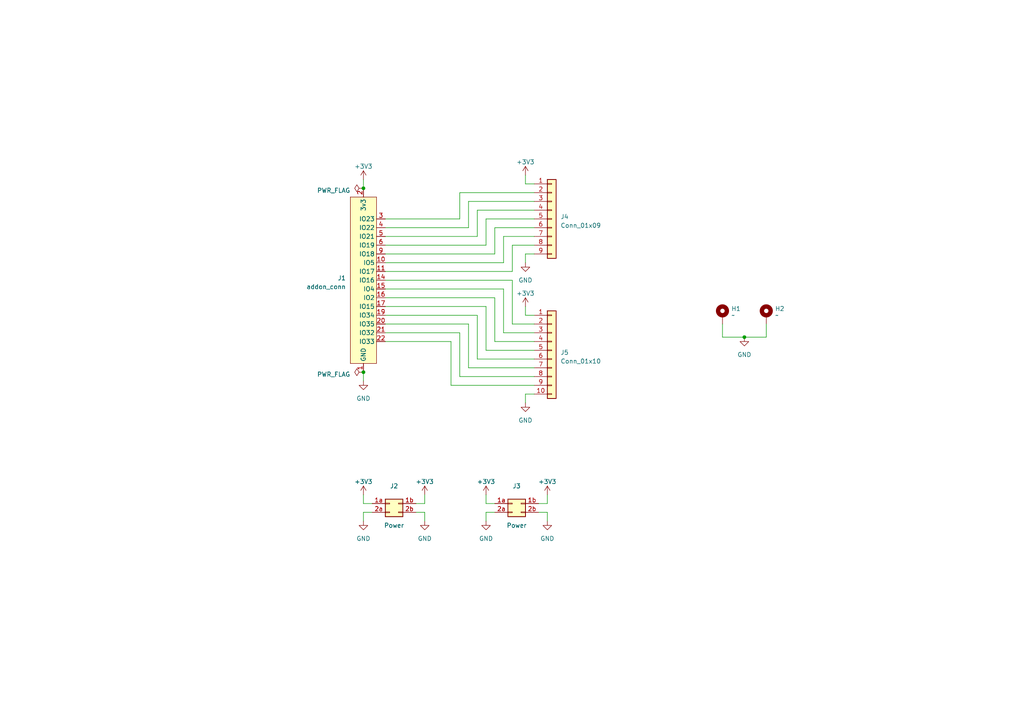
<source format=kicad_sch>
(kicad_sch (version 20220331) (generator eeschema)
  (paper "A4")
  (lib_symbols
    (symbol "Connector_Generic:Conn_01x09" (pin_names (offset 1.016) hide)
      (property "Reference" "J" (at 0 12.7 0))
      (property "Value" "Conn_01x09" (at 0 -12.7 0))
      (symbol "Conn_01x09_1_1"
        (rectangle (start -1.27 -10.033) (end 0 -10.287) (stroke (width 0.1524)))
        (rectangle (start -1.27 -7.493) (end 0 -7.747) (stroke (width 0.1524)))
        (rectangle (start -1.27 -4.953) (end 0 -5.207) (stroke (width 0.1524)))
        (rectangle (start -1.27 -2.413) (end 0 -2.667) (stroke (width 0.1524)))
        (rectangle (start -1.27 0.127) (end 0 -0.127) (stroke (width 0.1524)))
        (rectangle (start -1.27 2.667) (end 0 2.413) (stroke (width 0.1524)))
        (rectangle (start -1.27 5.207) (end 0 4.953) (stroke (width 0.1524)))
        (rectangle (start -1.27 7.747) (end 0 7.493) (stroke (width 0.1524)))
        (rectangle (start -1.27 10.287) (end 0 10.033) (stroke (width 0.1524)))
        (rectangle (start -1.27 11.43) (end 1.27 -11.43) (stroke (width 0.254)) (fill (type background)))
        (pin passive line (at -5.08 10.16 0) (length 3.81) (name "Pin_1") (number "1"))
        (pin passive line (at -5.08 7.62 0) (length 3.81) (name "Pin_2") (number "2"))
        (pin passive line (at -5.08 5.08 0) (length 3.81) (name "Pin_3") (number "3"))
        (pin passive line (at -5.08 2.54 0) (length 3.81) (name "Pin_4") (number "4"))
        (pin passive line (at -5.08 0 0) (length 3.81) (name "Pin_5") (number "5"))
        (pin passive line (at -5.08 -2.54 0) (length 3.81) (name "Pin_6") (number "6"))
        (pin passive line (at -5.08 -5.08 0) (length 3.81) (name "Pin_7") (number "7"))
        (pin passive line (at -5.08 -7.62 0) (length 3.81) (name "Pin_8") (number "8"))
        (pin passive line (at -5.08 -10.16 0) (length 3.81) (name "Pin_9") (number "9"))
      )
    )
    (symbol "Connector_Generic:Conn_01x10" (pin_names (offset 1.016) hide)
      (property "Reference" "J" (at 0 12.7 0))
      (property "Value" "Conn_01x10" (at 0 -15.24 0))
      (symbol "Conn_01x10_1_1"
        (rectangle (start -1.27 -12.573) (end 0 -12.827) (stroke (width 0.1524)))
        (rectangle (start -1.27 -10.033) (end 0 -10.287) (stroke (width 0.1524)))
        (rectangle (start -1.27 -7.493) (end 0 -7.747) (stroke (width 0.1524)))
        (rectangle (start -1.27 -4.953) (end 0 -5.207) (stroke (width 0.1524)))
        (rectangle (start -1.27 -2.413) (end 0 -2.667) (stroke (width 0.1524)))
        (rectangle (start -1.27 0.127) (end 0 -0.127) (stroke (width 0.1524)))
        (rectangle (start -1.27 2.667) (end 0 2.413) (stroke (width 0.1524)))
        (rectangle (start -1.27 5.207) (end 0 4.953) (stroke (width 0.1524)))
        (rectangle (start -1.27 7.747) (end 0 7.493) (stroke (width 0.1524)))
        (rectangle (start -1.27 10.287) (end 0 10.033) (stroke (width 0.1524)))
        (rectangle (start -1.27 11.43) (end 1.27 -13.97) (stroke (width 0.254)) (fill (type background)))
        (pin passive line (at -5.08 10.16 0) (length 3.81) (name "Pin_1") (number "1"))
        (pin passive line (at -5.08 -12.7 0) (length 3.81) (name "Pin_10") (number "10"))
        (pin passive line (at -5.08 7.62 0) (length 3.81) (name "Pin_2") (number "2"))
        (pin passive line (at -5.08 5.08 0) (length 3.81) (name "Pin_3") (number "3"))
        (pin passive line (at -5.08 2.54 0) (length 3.81) (name "Pin_4") (number "4"))
        (pin passive line (at -5.08 0 0) (length 3.81) (name "Pin_5") (number "5"))
        (pin passive line (at -5.08 -2.54 0) (length 3.81) (name "Pin_6") (number "6"))
        (pin passive line (at -5.08 -5.08 0) (length 3.81) (name "Pin_7") (number "7"))
        (pin passive line (at -5.08 -7.62 0) (length 3.81) (name "Pin_8") (number "8"))
        (pin passive line (at -5.08 -10.16 0) (length 3.81) (name "Pin_9") (number "9"))
      )
    )
    (symbol "Connector_Generic:Conn_02x02_Row_Letter_Last" (pin_names (offset 1.016) hide)
      (property "Reference" "J" (at 1.27 2.54 0))
      (property "Value" "Conn_02x02_Row_Letter_Last" (at 1.27 -5.08 0))
      (symbol "Conn_02x02_Row_Letter_Last_1_1"
        (rectangle (start -1.27 -2.413) (end 0 -2.667) (stroke (width 0.1524)))
        (rectangle (start -1.27 0.127) (end 0 -0.127) (stroke (width 0.1524)))
        (rectangle (start -1.27 1.27) (end 3.81 -3.81) (stroke (width 0.254)) (fill (type background)))
        (rectangle (start 3.81 -2.413) (end 2.54 -2.667) (stroke (width 0.1524)))
        (rectangle (start 3.81 0.127) (end 2.54 -0.127) (stroke (width 0.1524)))
        (pin passive line (at -5.08 0 0) (length 3.81) (name "Pin_1a") (number "1a"))
        (pin passive line (at 7.62 0 180) (length 3.81) (name "Pin_1b") (number "1b"))
        (pin passive line (at -5.08 -2.54 0) (length 3.81) (name "Pin_2a") (number "2a"))
        (pin passive line (at 7.62 -2.54 180) (length 3.81) (name "Pin_2b") (number "2b"))
      )
    )
    (symbol "GameOver:addon_conn"
      (property "Reference" "J" (at 2.54 25.4 0))
      (property "Value" "addon_conn" (at 7.62 -25.4 0))
      (symbol "addon_conn_0_0"
        (pin power_in line (at 0 -26.67 90) (length 2.54) (name "GND") (number "1"))
        (pin bidirectional line (at 6.35 5.08 180) (length 2.54) (name "IO5") (number "10"))
        (pin bidirectional line (at 6.35 2.54 180) (length 2.54) (name "IO17") (number "11"))
        (pin power_in line (at 0 -26.67 90) (length 2.54) hide (name "GND") (number "12"))
        (pin power_in line (at 0 26.67 270) (length 2.54) hide (name "3v3") (number "13"))
        (pin bidirectional line (at 6.35 0 180) (length 2.54) (name "IO16") (number "14"))
        (pin bidirectional line (at 6.35 -2.54 180) (length 2.54) (name "IO4") (number "15"))
        (pin bidirectional line (at 6.35 -5.08 180) (length 2.54) (name "IO2") (number "16"))
        (pin bidirectional line (at 6.35 -7.62 180) (length 2.54) (name "IO15") (number "17"))
        (pin power_in line (at 0 -26.67 90) (length 2.54) hide (name "GND") (number "18"))
        (pin bidirectional line (at 6.35 -10.16 180) (length 2.54) (name "IO34") (number "19"))
        (pin power_in line (at 0 26.67 270) (length 2.54) (name "3v3") (number "2"))
        (pin bidirectional line (at 6.35 -12.7 180) (length 2.54) (name "IO35") (number "20"))
        (pin bidirectional line (at 6.35 -15.24 180) (length 2.54) (name "IO32") (number "21"))
        (pin bidirectional line (at 6.35 -17.78 180) (length 2.54) (name "IO33") (number "22"))
        (pin power_in line (at 0 -26.67 90) (length 2.54) hide (name "GND") (number "23"))
        (pin power_in line (at 0 26.67 270) (length 2.54) hide (name "3v3") (number "24"))
        (pin bidirectional line (at 6.35 17.78 180) (length 2.54) (name "IO23") (number "3"))
        (pin bidirectional line (at 6.35 15.24 180) (length 2.54) (name "IO22") (number "4"))
        (pin bidirectional line (at 6.35 12.7 180) (length 2.54) (name "IO21") (number "5"))
        (pin bidirectional line (at 6.35 10.16 180) (length 2.54) (name "IO19") (number "6"))
        (pin power_in line (at 0 -26.67 90) (length 2.54) hide (name "GND") (number "7"))
        (pin power_in line (at 0 26.67 270) (length 2.54) hide (name "3v3") (number "8"))
        (pin bidirectional line (at 6.35 7.62 180) (length 2.54) (name "IO18") (number "9"))
      )
      (symbol "addon_conn_0_1"
        (rectangle (start -3.81 24.13) (end 3.81 -24.13) (fill (type background)))
      )
    )
    (symbol "Mechanical:MountingHole_Pad" (pin_numbers hide) (pin_names (offset 1.016) hide)
      (property "Reference" "H" (at 0 6.35 0))
      (property "Value" "MountingHole_Pad" (at 0 4.445 0))
      (symbol "MountingHole_Pad_0_1"
        (circle (center 0 1.27) (radius 1.27) (stroke (width 1.27)))
      )
      (symbol "MountingHole_Pad_1_1"
        (pin input line (at 0 -2.54 90) (length 2.54) (name "1") (number "1"))
      )
    )
    (symbol "power:+3V3" (power) (pin_names (offset 0))
      (property "Value" "+3V3" (at 0 3.556 0))
      (symbol "+3V3_0_1"
        (polyline (pts (xy -0.762 1.27) (xy 0 2.54)))
        (polyline (pts (xy 0 0) (xy 0 2.54)))
        (polyline (pts (xy 0 2.54) (xy 0.762 1.27)))
      )
      (symbol "+3V3_1_1"
        (pin power_in line (at 0 0 90) (length 0) hide (name "+3V3") (number "1"))
      )
    )
    (symbol "power:GND" (power) (pin_names (offset 0))
      (property "Value" "GND" (at 0 -3.81 0))
      (symbol "GND_0_1"
        (polyline (pts (xy 0 0) (xy 0 -1.27) (xy 1.27 -1.27) (xy 0 -2.54) (xy -1.27 -1.27) (xy 0 -1.27)))
      )
      (symbol "GND_1_1"
        (pin power_in line (at 0 0 270) (length 0) hide (name "GND") (number "1"))
      )
    )
    (symbol "power:PWR_FLAG" (power) (pin_numbers hide) (pin_names (offset 0) hide)
      (property "Value" "PWR_FLAG" (at 0 3.81 0))
      (symbol "PWR_FLAG_0_0"
        (pin power_out line (at 0 0 90) (length 0) (name "pwr") (number "1"))
      )
      (symbol "PWR_FLAG_0_1"
        (polyline (pts (xy 0 0) (xy 0 1.27) (xy -1.016 1.905) (xy 0 2.54) (xy 1.016 1.905) (xy 0 1.27)))
      )
    )
  )
  (junction (at 105.41 107.95))
  (junction (at 105.41 54.61))
  (junction (at 215.9 97.79))
  (wire (pts (xy 143.51 99.06) (xy 143.51 86.36)))
  (wire (pts (xy 138.43 104.14) (xy 138.43 91.44)))
  (wire (pts (xy 146.05 96.52) (xy 154.94 96.52)))
  (wire (pts (xy 156.21 148.59) (xy 158.75 148.59)))
  (wire (pts (xy 111.76 93.98) (xy 135.89 93.98)))
  (wire (pts (xy 111.76 86.36) (xy 143.51 86.36)))
  (wire (pts (xy 154.94 68.58) (xy 146.05 68.58)))
  (wire (pts (xy 111.76 83.82) (xy 146.05 83.82)))
  (wire (pts (xy 140.97 101.6) (xy 154.94 101.6)))
  (wire (pts (xy 140.97 146.05) (xy 143.51 146.05)))
  (wire (pts (xy 105.41 146.05) (xy 107.95 146.05)))
  (wire (pts (xy 152.4 53.34) (xy 154.94 53.34)))
  (wire (pts (xy 111.76 68.58) (xy 138.43 68.58)))
  (wire (pts (xy 152.4 73.66) (xy 154.94 73.66)))
  (wire (pts (xy 120.65 146.05) (xy 123.19 146.05)))
  (wire (pts (xy 146.05 68.58) (xy 146.05 76.2)))
  (wire (pts (xy 215.9 97.79) (xy 222.25 97.79)))
  (wire (pts (xy 105.41 52.07) (xy 105.41 54.61)))
  (wire (pts (xy 123.19 151.13) (xy 123.19 148.59)))
  (wire (pts (xy 143.51 66.04) (xy 154.94 66.04)))
  (wire (pts (xy 148.59 93.98) (xy 148.59 81.28)))
  (wire (pts (xy 105.41 107.95) (xy 105.41 110.49)))
  (wire (pts (xy 135.89 58.42) (xy 135.89 66.04)))
  (wire (pts (xy 152.4 91.44) (xy 154.94 91.44)))
  (wire (pts (xy 130.81 99.06) (xy 130.81 111.76)))
  (wire (pts (xy 148.59 71.12) (xy 154.94 71.12)))
  (wire (pts (xy 148.59 81.28) (xy 111.76 81.28)))
  (wire (pts (xy 154.94 93.98) (xy 148.59 93.98)))
  (wire (pts (xy 133.35 96.52) (xy 111.76 96.52)))
  (wire (pts (xy 111.76 63.5) (xy 133.35 63.5)))
  (wire (pts (xy 138.43 68.58) (xy 138.43 60.96)))
  (wire (pts (xy 154.94 109.22) (xy 133.35 109.22)))
  (wire (pts (xy 138.43 91.44) (xy 111.76 91.44)))
  (wire (pts (xy 143.51 73.66) (xy 143.51 66.04)))
  (wire (pts (xy 140.97 63.5) (xy 140.97 71.12)))
  (wire (pts (xy 158.75 151.13) (xy 158.75 148.59)))
  (wire (pts (xy 140.97 88.9) (xy 140.97 101.6)))
  (wire (pts (xy 123.19 143.51) (xy 123.19 146.05)))
  (wire (pts (xy 105.41 148.59) (xy 107.95 148.59)))
  (wire (pts (xy 209.55 93.98) (xy 209.55 97.79)))
  (wire (pts (xy 209.55 97.79) (xy 215.9 97.79)))
  (wire (pts (xy 105.41 151.13) (xy 105.41 148.59)))
  (wire (pts (xy 154.94 63.5) (xy 140.97 63.5)))
  (wire (pts (xy 133.35 109.22) (xy 133.35 96.52)))
  (wire (pts (xy 152.4 116.84) (xy 152.4 114.3)))
  (wire (pts (xy 133.35 55.88) (xy 154.94 55.88)))
  (wire (pts (xy 152.4 50.8) (xy 152.4 53.34)))
  (wire (pts (xy 111.76 99.06) (xy 130.81 99.06)))
  (wire (pts (xy 146.05 83.82) (xy 146.05 96.52)))
  (wire (pts (xy 130.81 111.76) (xy 154.94 111.76)))
  (wire (pts (xy 222.25 97.79) (xy 222.25 93.98)))
  (wire (pts (xy 111.76 73.66) (xy 143.51 73.66)))
  (wire (pts (xy 111.76 71.12) (xy 140.97 71.12)))
  (wire (pts (xy 111.76 76.2) (xy 146.05 76.2)))
  (wire (pts (xy 133.35 63.5) (xy 133.35 55.88)))
  (wire (pts (xy 152.4 76.2) (xy 152.4 73.66)))
  (wire (pts (xy 154.94 104.14) (xy 138.43 104.14)))
  (wire (pts (xy 158.75 143.51) (xy 158.75 146.05)))
  (wire (pts (xy 135.89 58.42) (xy 154.94 58.42)))
  (wire (pts (xy 156.21 146.05) (xy 158.75 146.05)))
  (wire (pts (xy 148.59 78.74) (xy 148.59 71.12)))
  (wire (pts (xy 140.97 143.51) (xy 140.97 146.05)))
  (wire (pts (xy 111.76 66.04) (xy 135.89 66.04)))
  (wire (pts (xy 111.76 78.74) (xy 148.59 78.74)))
  (wire (pts (xy 105.41 143.51) (xy 105.41 146.05)))
  (wire (pts (xy 135.89 93.98) (xy 135.89 106.68)))
  (wire (pts (xy 120.65 148.59) (xy 123.19 148.59)))
  (wire (pts (xy 140.97 148.59) (xy 143.51 148.59)))
  (wire (pts (xy 111.76 88.9) (xy 140.97 88.9)))
  (wire (pts (xy 152.4 88.9) (xy 152.4 91.44)))
  (wire (pts (xy 135.89 106.68) (xy 154.94 106.68)))
  (wire (pts (xy 138.43 60.96) (xy 154.94 60.96)))
  (wire (pts (xy 154.94 99.06) (xy 143.51 99.06)))
  (wire (pts (xy 152.4 114.3) (xy 154.94 114.3)))
  (wire (pts (xy 140.97 151.13) (xy 140.97 148.59)))
  (symbol (lib_id "power:+3V3") (at 152.4 50.8 0) (unit 1)
    (property "Reference" "#PWR09" (effects hide))
    (property "Value" "+3V3" (at 152.4 46.99 0))
  )
  (symbol (lib_id "Connector_Generic:Conn_02x02_Row_Letter_Last") (at 113.03 146.05 0) (unit 1)
    (property "Reference" "J2" (at 114.3 140.97 0))
    (property "Value" "Power" (at 114.3 152.4 0))
    (property "Footprint" "Connector_PinHeader_2.54mm:PinHeader_2x02_P2.54mm_Vertical" (effects hide))
  )
  (symbol (lib_id "Mechanical:MountingHole_Pad") (at 222.25 91.44 0) (unit 1)
    (property "Reference" "H2" (at 224.79 89.535 0) (effects (justify left)))
    (property "Value" "~" (at 224.79 91.44 0) (effects (justify left)))
    (property "Footprint" "MountingHole:MountingHole_2.2mm_M2_Pad_Via" (effects hide))
  )
  (symbol (lib_id "power:PWR_FLAG") (at 105.41 107.95 90) (unit 1)
    (property "Reference" "#FLG02" (effects hide))
    (property "Value" "PWR_FLAG" (at 101.6 108.585 90) (effects (justify left)))
  )
  (symbol (lib_id "power:+3V3") (at 140.97 143.51 0) (unit 1)
    (property "Reference" "#PWR07" (effects hide))
    (property "Value" "+3V3" (at 140.97 139.7 0))
  )
  (symbol (lib_id "Connector_Generic:Conn_02x02_Row_Letter_Last") (at 148.59 146.05 0) (unit 1)
    (property "Reference" "J3" (at 149.86 140.97 0))
    (property "Value" "Power" (at 149.86 152.4 0))
    (property "Footprint" "Connector_PinHeader_2.54mm:PinHeader_2x02_P2.54mm_Vertical" (effects hide))
  )
  (symbol (lib_id "power:GND") (at 152.4 76.2 0) (unit 1)
    (property "Reference" "#PWR010" (effects hide))
    (property "Value" "GND" (at 152.4 81.28 0))
  )
  (symbol (lib_id "power:GND") (at 215.9 97.79 0) (unit 1)
    (property "Reference" "#PWR015" (effects hide))
    (property "Value" "GND" (at 215.9 102.87 0))
  )
  (symbol (lib_id "power:GND") (at 105.41 110.49 0) (unit 1)
    (property "Reference" "#PWR02" (effects hide))
    (property "Value" "GND" (at 105.41 115.57 0))
  )
  (symbol (lib_id "power:GND") (at 140.97 151.13 0) (unit 1)
    (property "Reference" "#PWR08" (effects hide))
    (property "Value" "GND" (at 140.97 156.21 0))
  )
  (symbol (lib_id "GameOver:addon_conn") (at 105.41 81.28 0) (unit 1)
    (property "Reference" "J1" (at 100.33 80.645 0) (effects (justify right)))
    (property "Value" "addon_conn" (at 100.33 83.185 0) (effects (justify right)))
    (property "Footprint" "GameOver:TXGA_FFC05036-24SBD113W5M_1x24_P0.50mm_Horizontal" (effects hide))
  )
  (symbol (lib_id "power:+3V3") (at 105.41 143.51 0) (unit 1)
    (property "Reference" "#PWR03" (effects hide))
    (property "Value" "+3V3" (at 105.41 139.7 0))
  )
  (symbol (lib_id "power:+3V3") (at 158.75 143.51 0) (unit 1)
    (property "Reference" "#PWR013" (effects hide))
    (property "Value" "+3V3" (at 158.75 139.7 0))
  )
  (symbol (lib_id "power:+3V3") (at 123.19 143.51 0) (unit 1)
    (property "Reference" "#PWR05" (effects hide))
    (property "Value" "+3V3" (at 123.19 139.7 0))
  )
  (symbol (lib_id "power:GND") (at 123.19 151.13 0) (unit 1)
    (property "Reference" "#PWR06" (effects hide))
    (property "Value" "GND" (at 123.19 156.21 0))
  )
  (symbol (lib_id "power:PWR_FLAG") (at 105.41 54.61 90) (unit 1)
    (property "Reference" "#FLG01" (effects hide))
    (property "Value" "PWR_FLAG" (at 101.6 55.245 90) (effects (justify left)))
  )
  (symbol (lib_id "Mechanical:MountingHole_Pad") (at 209.55 91.44 0) (unit 1)
    (property "Reference" "H1" (at 212.09 89.535 0) (effects (justify left)))
    (property "Value" "~" (at 212.09 91.44 0) (effects (justify left)))
    (property "Footprint" "MountingHole:MountingHole_2.2mm_M2_Pad_Via" (effects hide))
  )
  (symbol (lib_id "Connector_Generic:Conn_01x09") (at 160.02 63.5 0) (unit 1)
    (property "Reference" "J4" (at 162.56 62.865 0) (effects (justify left)))
    (property "Value" "Conn_01x09" (at 162.56 65.405 0) (effects (justify left)))
    (property "Footprint" "Connector_PinHeader_2.54mm:PinHeader_1x09_P2.54mm_Vertical" (effects hide))
  )
  (symbol (lib_id "power:GND") (at 152.4 116.84 0) (unit 1)
    (property "Reference" "#PWR012" (effects hide))
    (property "Value" "GND" (at 152.4 121.92 0))
  )
  (symbol (lib_id "power:GND") (at 105.41 151.13 0) (unit 1)
    (property "Reference" "#PWR04" (effects hide))
    (property "Value" "GND" (at 105.41 156.21 0))
  )
  (symbol (lib_id "Connector_Generic:Conn_01x10") (at 160.02 101.6 0) (unit 1)
    (property "Reference" "J5" (at 162.56 102.235 0) (effects (justify left)))
    (property "Value" "Conn_01x10" (at 162.56 104.775 0) (effects (justify left)))
    (property "Footprint" "Connector_PinHeader_2.54mm:PinHeader_1x10_P2.54mm_Vertical" (effects hide))
  )
  (symbol (lib_id "power:+3V3") (at 105.41 52.07 0) (unit 1)
    (property "Reference" "#PWR01" (effects hide))
    (property "Value" "+3V3" (at 105.41 48.26 0))
  )
  (symbol (lib_id "power:GND") (at 158.75 151.13 0) (unit 1)
    (property "Reference" "#PWR014" (effects hide))
    (property "Value" "GND" (at 158.75 156.21 0))
  )
  (symbol (lib_id "power:+3V3") (at 152.4 88.9 0) (unit 1)
    (property "Reference" "#PWR011" (effects hide))
    (property "Value" "+3V3" (at 152.4 85.09 0))
  )
)
</source>
